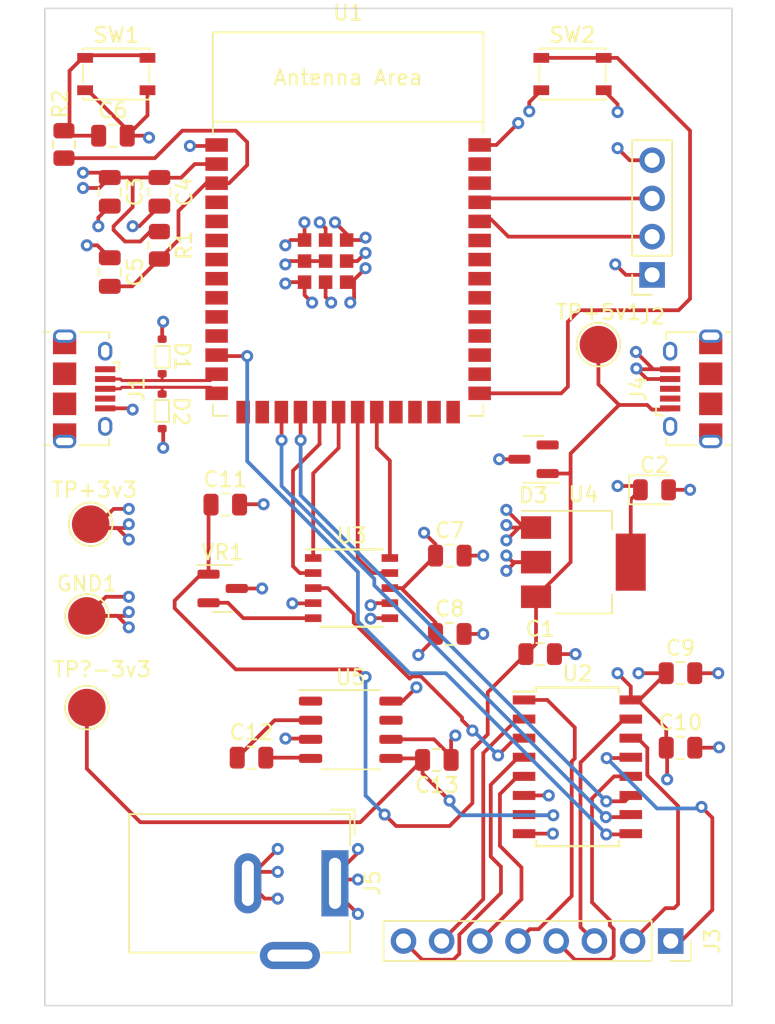
<source format=kicad_pcb>
(kicad_pcb (version 20211014) (generator pcbnew)
  (layers (0 "F.Cu" signal) (1 "In1.Cu" signal) (2 "In2.Cu" signal) (31 "B.Cu" signal) (34 "B.Paste" user) (35 "F.Paste" user) (36 "B.SilkS" user "B.Silkscreen") (37 "F.SilkS" user "F.Silkscreen") (38 "B.Mask" user) (39 "F.Mask" user) (44 "Edge.Cuts" user))
  (net 0 "")
  (net 1 "+5V")
  (net 2 "+3.3V")
  (net 3 "/EN")
  (net 12 "Net-(C12-Pad1)")
  (net 15 "Net-(C12-Pad2)")
  (net 16 "-3V3")
  (net 23 "Net-(C6-Pad1)")
  (net 36 "Net-(J3-Pad1)")
  (net 37 "/S2")
  (net 38 "/S1")
  (net 39 "/S0")
  (net 40 "/CS_ADC")
  (net 41 "/SPICLK")
  (net 42 "/MISO")
  (net 43 "/MOSI")
  (net 44 "Net-(J3-Pad2)")
  (net 45 "Net-(J3-Pad3)")
  (net 46 "Net-(U2-Pad3)")
  (net 47 "Net-(J3-Pad4)")
  (net 48 "Net-(J3-Pad5)")
  (net 49 "Net-(J3-Pad6)")
  (net 50 "Net-(J3-Pad7)")
  (net 51 "GNDREF")
  (net 52 "/D+")
  (net 53 "/D-")
  (net 54 "/BOOT")
  (net 55 "/TX0")
  (net 56 "/RX0")
  (net 57 "Net-(J3-Pad8)")
  (net 60 "/3v3REF+")
  (footprint "Capacitor_SMD:C_0805_2012Metric" (layer "F.Cu") (at 131.275 98.125)
    (fp_text reference "C6")
    (fp_text value "0.1uf")
  )
  (footprint "Capacitor_SMD:C_0805_2012Metric" (layer "F.Cu") (at 169.037 133.858)
    (fp_text reference "C9")
    (fp_text value "0.1uf")
  )
  (footprint "Package_TO_SOT_SMD:SOT-23" (layer "F.Cu") (at 138.575 128.225)
    (fp_text reference "VR1")
    (fp_text value "NCP51460")
  )
  (footprint "Capacitor_SMD:C_0805_2012Metric" (layer "F.Cu") (at 131.064 101.854 -90)
    (fp_text reference "C3")
    (fp_text value "22uf")
  )
  (footprint "Capacitor_SMD:C_0805_2012Metric" (layer "F.Cu") (at 159.7 132.588)
    (fp_text reference "C1")
    (fp_text value "10uf")
  )
  (footprint "TestPoint:TestPoint_Pad_D2.5mm" (layer "F.Cu") (at 129.54 136.144)
    (fp_text reference "TP?-3v3")
    (fp_text value "TestPoint")
  )
  (footprint "CAE:UDD32" (layer "F.Cu") (at 134.55 112.8 -90)
    (fp_text reference "D1")
    (fp_text value "UDD32")
  )
  (footprint "Capacitor_SMD:C_0805_2012Metric" (layer "F.Cu") (at 152.825 139.625 180)
    (fp_text reference "C13")
    (fp_text value "10uf")
  )
  (footprint "Resistor_SMD:R_0805_2012Metric" (layer "F.Cu") (at 128.016 98.7025 90)
    (fp_text reference "R2")
    (fp_text value "0")
  )
  (footprint "Connector_USB:USB_Micro-B_Amphenol_10118194_Horizontal" (layer "F.Cu") (at 169.749 114.95 90)
    (fp_text reference "J4")
    (fp_text value "USB_B_Micro")
  )
  (footprint "Capacitor_SMD:C_0805_2012Metric" (layer "F.Cu") (at 134.366 101.854 -90)
    (fp_text reference "C4")
    (fp_text value "0.1uf")
  )
  (footprint "Diode_SMD:D_0805_2012Metric" (layer "F.Cu") (at 167.3075 121.666)
    (fp_text reference "C2")
    (fp_text value "10uf")
  )
  (footprint "Package_SO:SOIC-16W_5.3x10.2mm_P1.27mm" (layer "F.Cu") (at 162.179 140.081)
    (fp_text reference "U2")
    (fp_text value "74HC4051")
  )
  (footprint "Capacitor_SMD:C_0805_2012Metric" (layer "F.Cu") (at 131.064 107.188 -90)
    (fp_text reference "C5")
    (fp_text value "1uf")
  )
  (footprint "Resistor_SMD:R_0805_2012Metric" (layer "F.Cu") (at 134.366 105.41 -90)
    (fp_text reference "R1")
    (fp_text value "10k")
  )
  (footprint "TestPoint:TestPoint_Pad_D2.5mm" (layer "F.Cu") (at 163.576 112.014)
    (fp_text reference "TP+5v1")
    (fp_text value "TestPoint")
  )
  (footprint "Capacitor_SMD:C_0805_2012Metric" (layer "F.Cu") (at 169.037 138.811)
    (fp_text reference "C10")
    (fp_text value "10uf")
  )
  (footprint "Connector_USB:USB_Micro-B_Amphenol_10118194_Horizontal" (layer "F.Cu") (at 129.36 114.95 -90)
    (fp_text reference "J1")
    (fp_text value "USB_B_Micro")
  )
  (footprint "Espressif:ESP32-S3-WROOM-1" (layer "F.Cu") (at 146.925 107)
    (fp_text reference "U1")
    (fp_text value "ESP32-S3-WROOM-1")
  )
  (footprint "Package_SO:SSOP-8_3.9x5.05mm_P1.27mm" (layer "F.Cu") (at 147.0998 137.6184)
    (fp_text reference "U5")
    (fp_text value "ME7660C")
  )
  (footprint "Capacitor_SMD:C_0805_2012Metric" (layer "F.Cu") (at 138.75 122.65)
    (fp_text reference "C11")
    (fp_text value "0.1uf")
  )
  (footprint "Capacitor_SMD:C_0805_2012Metric" (layer "F.Cu") (at 153.688 126.041)
    (fp_text reference "C7")
    (fp_text value "0.1uf")
  )
  (footprint "Package_TO_SOT_SMD:SOT-223-3_TabPin2" (layer "F.Cu") (at 162.575 126.475)
    (fp_text reference "U4")
    (fp_text value "SSP1117-3.3v")
  )
  (footprint "Capacitor_SMD:C_0805_2012Metric" (layer "F.Cu") (at 153.688 131.248)
    (fp_text reference "C8")
    (fp_text value "10uf")
  )
  (footprint "Connector_PinSocket_2.54mm:PinSocket_1x08_P2.54mm_Vertical" (layer "F.Cu") (at 168.387 151.663 -90)
    (fp_text reference "J3")
    (fp_text value "Conn_01x08")
  )
  (footprint "Connector_BarrelJack:BarrelJack_Wuerth_6941xx301002" (layer "F.Cu") (at 146.05 147.828 -90)
    (fp_text reference "J5")
    (fp_text value "Barrel_Jack_MountingPin")
  )
  (footprint "Package_SO:SSOP-10_3.9x4.9mm_P1.00mm" (layer "F.Cu") (at 147.15 128.2)
    (fp_text reference "U3")
    (fp_text value "AD7788BRM")
  )
  (footprint "CAE:UDD32" (layer "F.Cu") (at 134.55 116.45 90)
    (fp_text reference "D2")
    (fp_text value "UDD32")
  )
  (footprint "Button_Switch_SMD:SW_SPST_PTS810" (layer "F.Cu") (at 161.85 94.025)
    (fp_text reference "SW2")
    (fp_text value "BOOT")
  )
  (footprint "Package_TO_SOT_SMD:SOT-23" (layer "F.Cu") (at 159.258 119.634 180)
    (fp_text reference "D3")
    (fp_text value "RClamp0524PATCT")
  )
  (footprint "Connector_PinSocket_2.54mm:PinSocket_1x04_P2.54mm_Vertical" (layer "F.Cu") (at 167.15 107.375 180)
    (fp_text reference "J2")
    (fp_text value "P_UART")
  )
  (footprint "Capacitor_SMD:C_0805_2012Metric" (layer "F.Cu") (at 140.4958 139.4726)
    (fp_text reference "C12")
    (fp_text value "10uf")
  )
  (footprint "Button_Switch_SMD:SW_SPST_PTS810" (layer "F.Cu") (at 131.5 94.025)
    (fp_text reference "SW1")
    (fp_text value "RESET")
  )
  (footprint "TestPoint:TestPoint_Pad_D2.5mm" (layer "F.Cu") (at 129.54 130.048)
    (fp_text reference "GND1")
    (fp_text value "TestPoint")
  )
  (footprint "TestPoint:TestPoint_Pad_D2.5mm" (layer "F.Cu") (at 129.794 123.952)
    (fp_text reference "TP+3v3")
    (fp_text value "TestPoint")
  )
  (gr_rect (start 126.746 89.662) (end 172.466 155.956) (layer "Edge.Cuts") (width 0.1) (fill none))
  (segment (start 153.67 144.018) (end 150.114 144.018) (width 0.25) (layer "F.Cu") (net 1))
  (segment (start 161.725 126.475) (end 159.425 128.775) (width 0.25) (layer "F.Cu") (net 1))
  (segment (start 137.6375 122.8125) (end 137.8 122.65) (width 0.25) (layer "F.Cu") (net 1))
  (segment (start 156.21 137.922) (end 155.194 138.938) (width 0.25) (layer "F.Cu") (net 1))
  (segment (start 137.6375 127.275) (end 137.6375 122.8125) (width 0.25) (layer "F.Cu") (net 1))
  (segment (start 155.194 142.494) (end 153.67 144.018) (width 0.25) (layer "F.Cu") (net 1))
  (segment (start 167.132 116.332) (end 168.267 116.332) (width 0.25) (layer "F.Cu") (net 1))
  (segment (start 135.382 129.032) (end 135.382 129.54) (width 0.25) (layer "F.Cu") (net 1))
  (segment (start 164.95 116.025) (end 166.825 116.025) (width 0.25) (layer "F.Cu") (net 1))
  (segment (start 161.725 120.469) (end 161.725 119.25) (width 0.25) (layer "F.Cu") (net 1))
  (segment (start 163.576 112.522) (end 163.576 114.651) (width 0.25) (layer "F.Cu") (net 1))
  (segment (start 168.267 116.332) (end 168.349 116.25) (width 0.25) (layer "F.Cu") (net 1))
  (segment (start 160.1955 120.584) (end 161.61 120.584) (width 0.25) (layer "F.Cu") (net 1))
  (segment (start 166.825 116.025) (end 167.132 116.332) (width 0.25) (layer "F.Cu") (net 1))
  (segment (start 161.725 119.25) (end 164.95 116.025) (width 0.25) (layer "F.Cu") (net 1))
  (segment (start 135.382 129.54) (end 139.192 133.35) (width 0.25) (layer "F.Cu") (net 1))
  (segment (start 158.75 132.588) (end 159.425 131.913) (width 0.25) (layer "F.Cu") (net 1))
  (segment (start 139.192 133.35) (end 139.446 133.604) (width 0.25) (layer "F.Cu") (net 1))
  (segment (start 159.425 131.913) (end 159.425 128.775) (width 0.25) (layer "F.Cu") (net 1))
  (segment (start 139.446 133.604) (end 147.574 133.604) (width 0.25) (layer "F.Cu") (net 1))
  (segment (start 161.61 120.584) (end 161.725 120.469) (width 0.25) (layer "F.Cu") (net 1))
  (segment (start 155.194 138.938) (end 155.194 142.494) (width 0.25) (layer "F.Cu") (net 1))
  (segment (start 161.725 120.469) (end 161.725 126.475) (width 0.25) (layer "F.Cu") (net 1))
  (segment (start 158.75 132.588) (end 156.21 135.128) (width 0.25) (layer "F.Cu") (net 1))
  (segment (start 150.114 144.018) (end 149.352 143.256) (width 0.25) (layer "F.Cu") (net 1))
  (segment (start 137.6375 127.275) (end 137.139 127.275) (width 0.25) (layer "F.Cu") (net 1))
  (segment (start 137.139 127.275) (end 135.382 129.032) (width 0.25) (layer "F.Cu") (net 1))
  (segment (start 156.21 135.128) (end 156.21 137.922) (width 0.25) (layer "F.Cu") (net 1))
  (segment (start 163.576 114.651) (end 164.95 116.025) (width 0.25) (layer "F.Cu") (net 1))
  (segment (start 147.574 133.604) (end 148.082 134.112) (width 0.25) (layer "F.Cu") (net 1))
  (via (at 148.082 134.112) (size 0.8) (drill 0.4) (layers "F.Cu" "B.Cu") (net 1))
  (via (at 149.352 143.256) (size 0.8) (drill 0.4) (layers "F.Cu" "B.Cu") (net 1))
  (segment (start 148.082 141.986) (end 148.082 134.112) (width 0.25) (layer "B.Cu") (net 1))
  (segment (start 149.352 143.256) (end 148.082 141.986) (width 0.25) (layer "B.Cu") (net 1))
  (segment (start 152.738 125.279) (end 151.976 124.517) (width 0.25) (layer "F.Cu") (net 2))
  (segment (start 134.366 104.4975) (end 133.7545 104.4975) (width 0.25) (layer "F.Cu") (net 2))
  (segment (start 131.318 104.14) (end 132.588 102.87) (width 0.25) (layer "F.Cu") (net 2))
  (segment (start 159.425 126.475) (end 157.8875 126.475) (width 0.25) (layer "F.Cu") (net 2))
  (segment (start 158.629 141.986) (end 160.274 141.986) (width 0.25) (layer "F.Cu") (net 2))
  (segment (start 147.574 149.86) (end 147.568 149.86) (width 0.25) (layer "F.Cu") (net 2))
  (segment (start 147.574 145.79) (end 145.536 147.828) (width 0.25) (layer "F.Cu") (net 2))
  (segment (start 166.309 135.636) (end 168.087 133.858) (width 0.25) (layer "F.Cu") (net 2))
  (segment (start 130.048 124.206) (end 132.08 124.206) (width 0.25) (layer "F.Cu") (net 2))
  (segment (start 131.064 100.904) (end 132.268 100.904) (width 0.25) (layer "F.Cu") (net 2))
  (segment (start 129.286 100.584) (end 130.744 100.584) (width 0.25) (layer "F.Cu") (net 2))
  (segment (start 166.179 135.636) (end 165.729 135.636) (width 0.25) (layer "F.Cu") (net 2))
  (segment (start 133.096 105.156) (end 132.08 105.156) (width 0.25) (layer "F.Cu") (net 2))
  (segment (start 168.148 138.872) (end 168.087 138.811) (width 0.25) (layer "F.Cu") (net 2))
  (segment (start 168.087 137.544) (end 166.179 135.636) (width 0.25) (layer "F.Cu") (net 2))
  (segment (start 132.08 105.156) (end 131.318 104.394) (width 0.25) (layer "F.Cu") (net 2))
  (segment (start 130.744 100.584) (end 131.064 100.904) (width 0.25) (layer "F.Cu") (net 2))
  (segment (start 149.7748 135.7134) (end 150.5542 135.7134) (width 0.25) (layer "F.Cu") (net 2))
  (segment (start 168.087 133.858) (end 166.243 133.858) (width 0.25) (layer "F.Cu") (net 2))
  (segment (start 166.116 121.412) (end 166.37 121.666) (width 0.25) (layer "F.Cu") (net 2))
  (segment (start 168.148 140.9192) (end 168.148 138.872) (width 0.25) (layer "F.Cu") (net 2))
  (segment (start 136.718 100.01) (end 138.175 100.01) (width 0.25) (layer "F.Cu") (net 2))
  (segment (start 131.572 124.206) (end 132.334 124.968) (width 0.25) (layer "F.Cu") (net 2))
  (segment (start 150.452 128.2) (end 149.7 128.2) (width 0.25) (layer "F.Cu") (net 2))
  (segment (start 135.8115 100.9165) (end 136.718 100.01) (width 0.25) (layer "F.Cu") (net 2))
  (segment (start 158.025 126.475) (end 157.45 127.05) (width 0.25) (layer "F.Cu") (net 2))
  (segment (start 165.725 126.475) (end 165.725 122.311) (width 0.25) (layer "F.Cu") (net 2))
  (segment (start 165.725 122.311) (end 166.37 121.666) (width 0.25) (layer "F.Cu") (net 2))
  (segment (start 152.738 131.248) (end 152.738 130.486) (width 0.25) (layer "F.Cu") (net 2))
  (segment (start 129.286 101.6) (end 130.368 101.6) (width 0.25) (layer "F.Cu") (net 2))
  (segment (start 164.7 106.675) (end 165.4 107.375) (width 0.25) (layer "F.Cu") (net 2))
  (segment (start 132.588 102.87) (end 132.588 101.224) (width 0.25) (layer "F.Cu") (net 2))
  (segment (start 150.5542 135.7134) (end 151.4686 134.799) (width 0.25) (layer "F.Cu") (net 2))
  (segment (start 152.738 131.502) (end 151.595 132.645) (width 0.25) (layer "F.Cu") (net 2))
  (segment (start 132.588 101.224) (end 132.268 100.904) (width 0.25) (layer "F.Cu") (net 2))
  (segment (start 165.729 135.636) (end 165.729 134.741) (width 0.25) (layer "F.Cu") (net 2))
  (segment (start 147.568 149.86) (end 145.536 147.828) (width 0.25) (layer "F.Cu") (net 2))
  (segment (start 165.729 134.741) (end 164.846 133.858) (width 0.25) (layer "F.Cu") (net 2))
  (segment (start 133.7545 104.4975) (end 133.096 105.156) (width 0.25) (layer "F.Cu") (net 2))
  (segment (start 152.738 126.041) (end 150.579 128.2) (width 0.25) (layer "F.Cu") (net 2))
  (segment (start 132.268 100.904) (end 134.366 100.904) (width 0.25) (layer "F.Cu") (net 2))
  (segment (start 130.048 124.206) (end 131.572 124.206) (width 0.25) (layer "F.Cu") (net 2))
  (segment (start 165.725 126.475) (end 165.975 126.475) (width 0.25) (layer "F.Cu") (net 2))
  (segment (start 164.846 121.412) (end 166.116 121.412) (width 0.25) (layer "F.Cu") (net 2))
  (segment (start 152.738 130.486) (end 150.452 128.2) (width 0.25) (layer "F.Cu") (net 2))
  (segment (start 147.574 147.574) (end 145.79 147.574) (width 0.25) (layer "F.Cu") (net 2))
  (segment (start 133.858 100.9165) (end 135.8115 100.9165) (width 0.25) (layer "F.Cu") (net 2))
  (segment (start 131.318 104.394) (end 131.318 104.14) (width 0.25) (layer "F.Cu") (net 2))
  (segment (start 150.579 128.2) (end 149.7 128.2) (width 0.25) (layer "F.Cu") (net 2))
  (segment (start 152.738 131.248) (end 152.738 131.502) (width 0.25) (layer "F.Cu") (net 2))
  (segment (start 152.738 126.041) (end 152.738 125.279) (width 0.25) (layer "F.Cu") (net 2))
  (segment (start 130.048 124.206) (end 131.318 122.936) (width 0.25) (layer "F.Cu") (net 2))
  (segment (start 165.725 126.475) (end 166.025 126.475) (width 0.25) (layer "F.Cu") (net 2))
  (segment (start 168.087 138.811) (end 168.087 137.544) (width 0.25) (layer "F.Cu") (net 2))
  (segment (start 165.4 107.375) (end 167.15 107.375) (width 0.25) (layer "F.Cu") (net 2))
  (segment (start 145.79 147.574) (end 145.536 147.828) (width 0.25) (layer "F.Cu") (net 2))
  (segment (start 157.8875 126.475) (end 157.45 126.0375) (width 0.25) (layer "F.Cu") (net 2))
  (segment (start 147.574 145.542) (end 147.574 145.79) (width 0.25) (layer "F.Cu") (net 2))
  (segment (start 159.425 126.475) (end 158.025 126.475) (width 0.25) (layer "F.Cu") (net 2))
  (segment (start 165.729 135.636) (end 166.309 135.636) (width 0.25) (layer "F.Cu") (net 2))
  (segment (start 131.318 122.936) (end 132.334 122.936) (width 0.25) (layer "F.Cu") (net 2))
  (segment (start 132.08 124.206) (end 132.334 123.952) (width 0.25) (layer "F.Cu") (net 2))
  (segment (start 130.368 101.6) (end 131.064 100.904) (width 0.25) (layer "F.Cu") (net 2))
  (via (at 168.148 140.9192) (size 0.8) (drill 0.4) (layers "F.Cu" "B.Cu") (net 2))
  (via (at 151.4686 134.799) (size 0.8) (drill 0.4) (layers "F.Cu" "B.Cu") (net 2))
  (via (at 132.334 122.936) (size 0.8) (drill 0.4) (layers "F.Cu" "B.Cu") (net 2))
  (via (at 164.846 121.412) (size 0.8) (drill 0.4) (layers "F.Cu" "B.Cu") (net 2))
  (via (at 164.7 106.675) (size 0.8) (drill 0.4) (layers "F.Cu" "B.Cu") (net 2))
  (via (at 132.334 124.968) (size 0.8) (drill 0.4) (layers "F.Cu" "B.Cu") (net 2))
  (via (at 147.574 149.86) (size 0.8) (drill 0.4) (layers "F.Cu" "B.Cu") (net 2))
  (via (at 151.976 124.517) (size 0.8) (drill 0.4) (layers "F.Cu" "B.Cu") (net 2))
  (via (at 164.846 133.858) (size 0.8) (drill 0.4) (layers "F.Cu" "B.Cu") (net 2))
  (via (at 147.574 145.542) (size 0.8) (drill 0.4) (layers "F.Cu" "B.Cu") (net 2))
  (via (at 132.334 123.952) (size 0.8) (drill 0.4) (layers "F.Cu" "B.Cu") (net 2))
  (via (at 151.595 132.645) (size 0.8) (drill 0.4) (layers "F.Cu" "B.Cu") (net 2))
  (via (at 157.45 127.05) (size 0.8) (drill 0.4) (layers "F.Cu" "B.Cu") (net 2))
  (via (at 166.243 133.858) (size 0.8) (drill 0.4) (layers "F.Cu" "B.Cu") (net 2))
  (via (at 129.286 101.6) (size 0.8) (drill 0.4) (layers "F.Cu" "B.Cu") (net 2))
  (via (at 129.286 100.584) (size 0.8) (drill 0.4) (layers "F.Cu" "B.Cu") (net 2))
  (via (at 157.45 126.0375) (size 0.8) (drill 0.4) (layers "F.Cu" "B.Cu") (net 2))
  (via (at 160.274 141.986) (size 0.8) (drill 0.4) (layers "F.Cu" "B.Cu") (net 2))
  (via (at 147.574 147.574) (size 0.8) (drill 0.4) (layers "F.Cu" "B.Cu") (net 2))
  (segment (start 139.446 97.79) (end 140.208 98.552) (width 0.25) (layer "F.Cu") (net 3))
  (segment (start 140.208 98.552) (end 140.208 100.076) (width 0.25) (layer "F.Cu") (net 3))
  (segment (start 135.89 97.79) (end 139.446 97.79) (width 0.25) (layer "F.Cu") (net 3))
  (segment (start 140.208 100.076) (end 139.004 101.28) (width 0.25) (layer "F.Cu") (net 3))
  (segment (start 137.48 101.28) (end 138.175 101.28) (width 0.25) (layer "F.Cu") (net 3))
  (segment (start 132.5505 108.138) (end 134.366 106.3225) (width 0.25) (layer "F.Cu") (net 3))
  (segment (start 135.636 105.0525) (end 135.636 103.124) (width 0.25) (layer "F.Cu") (net 3))
  (segment (start 139.004 101.28) (end 138.175 101.28) (width 0.25) (layer "F.Cu") (net 3))
  (segment (start 134.366 106.3225) (end 135.636 105.0525) (width 0.25) (layer "F.Cu") (net 3))
  (segment (start 131.064 108.138) (end 132.5505 108.138) (width 0.25) (layer "F.Cu") (net 3))
  (segment (start 128.016 99.615) (end 134.065 99.615) (width 0.25) (layer "F.Cu") (net 3))
  (segment (start 134.065 99.615) (end 135.89 97.79) (width 0.25) (layer "F.Cu") (net 3))
  (segment (start 135.636 103.124) (end 137.48 101.28) (width 0.25) (layer "F.Cu") (net 3))
  (segment (start 139.5458 139.4726) (end 142.035 136.9834) (width 0.25) (layer "F.Cu") (net 12))
  (segment (start 142.035 136.9834) (end 144.4248 136.9834) (width 0.25) (layer "F.Cu") (net 12))
  (segment (start 144.374 139.4726) (end 144.4248 139.5234) (width 0.25) (layer "F.Cu") (net 15))
  (segment (start 141.4458 139.4726) (end 144.374 139.4726) (width 0.25) (layer "F.Cu") (net 15))
  (segment (start 133.096 143.764) (end 147.736 143.764) (width 0.25) (layer "F.Cu") (net 16))
  (segment (start 151.7734 139.5234) (end 151.875 139.625) (width 0.25) (layer "F.Cu") (net 16))
  (segment (start 133.096 143.764) (end 129.54 140.208) (width 0.25) (layer "F.Cu") (net 16))
  (segment (start 160.575 143.3) (end 158.673 143.3) (width 0.25) (layer "F.Cu") (net 16))
  (segment (start 158.673 143.3) (end 158.629 143.256) (width 0.25) (layer "F.Cu") (net 16))
  (segment (start 151.875 139.625) (end 151.875 140.53) (width 0.25) (layer "F.Cu") (net 16))
  (segment (start 147.736 143.764) (end 151.875 139.625) (width 0.25) (layer "F.Cu") (net 16))
  (segment (start 151.875 140.53) (end 153.67 142.325) (width 0.25) (layer "F.Cu") (net 16))
  (segment (start 151.875 139.625) (end 152.1 139.625) (width 0.25) (layer "F.Cu") (net 16))
  (segment (start 129.54 140.208) (end 129.54 136.144) (width 0.25) (layer "F.Cu") (net 16))
  (segment (start 149.7748 139.5234) (end 151.7734 139.5234) (width 0.25) (layer "F.Cu") (net 16))
  (via (at 160.575 143.3) (size 0.8) (drill 0.4) (layers "F.Cu" "B.Cu") (net 16))
  (via (at 153.67 142.325) (size 0.8) (drill 0.4) (layers "F.Cu" "B.Cu") (net 16))
  (segment (start 153.67 142.494) (end 154.476 143.3) (width 0.25) (layer "B.Cu") (net 16))
  (segment (start 153.67 142.325) (end 153.67 142.494) (width 0.25) (layer "B.Cu") (net 16))
  (segment (start 154.476 143.3) (end 160.575 143.3) (width 0.25) (layer "B.Cu") (net 16))
  (segment (start 128.3875 98.125) (end 130.325 98.125) (width 0.25) (layer "F.Cu") (net 23))
  (segment (start 128.3875 93.8125) (end 129.425 92.775) (width 0.25) (layer "F.Cu") (net 23))
  (segment (start 128.3875 98.125) (end 128.3875 93.8125) (width 0.25) (layer "F.Cu") (net 23))
  (segment (start 129.425 92.775) (end 133.575 92.775) (width 0.25) (layer "F.Cu") (net 23))
  (segment (start 165.675 139.5) (end 165.729 139.446) (width 0.25) (layer "F.Cu") (net 36))
  (segment (start 171.1556 143.4696) (end 170.434 142.748) (width 0.25) (layer "F.Cu") (net 36))
  (segment (start 168.387 151.663) (end 169.087 151.663) (width 0.25) (layer "F.Cu") (net 36))
  (segment (start 171.1556 149.5944) (end 171.1556 143.4696) (width 0.25) (layer "F.Cu") (net 36))
  (segment (start 164.125 139.5) (end 165.675 139.5) (width 0.25) (layer "F.Cu") (net 36))
  (segment (start 169.087 151.663) (end 171.1556 149.5944) (width 0.25) (layer "F.Cu") (net 36))
  (via (at 170.434 142.748) (size 0.8) (drill 0.4) (layers "F.Cu" "B.Cu") (net 36))
  (via (at 164.125 139.5) (size 0.8) (drill 0.4) (layers "F.Cu" "B.Cu") (net 36))
  (segment (start 170.35 142.85) (end 167.475 142.85) (width 0.25) (layer "B.Cu") (net 36))
  (segment (start 167.475 142.85) (end 164.125 139.5) (width 0.25) (layer "B.Cu") (net 36))
  (segment (start 138.241 112.776) (end 138.175 112.71) (width 0.25) (layer "F.Cu") (net 37))
  (segment (start 164.1 144.575) (end 165.68 144.575) (width 0.25) (layer "F.Cu") (net 37))
  (segment (start 140.208 112.776) (end 138.241 112.776) (width 0.25) (layer "F.Cu") (net 37))
  (segment (start 165.68 144.575) (end 165.729 144.526) (width 0.25) (layer "F.Cu") (net 37))
  (via (at 164.1 144.575) (size 0.8) (drill 0.4) (layers "F.Cu" "B.Cu") (net 37))
  (via (at 140.208 112.776) (size 0.8) (drill 0.4) (layers "F.Cu" "B.Cu") (net 37))
  (segment (start 140.208 119.762396) (end 147.574 127.128396) (width 0.25) (layer "B.Cu") (net 37))
  (segment (start 147.574 127.128396) (end 147.574 130.411305) (width 0.25) (layer "B.Cu") (net 37))
  (segment (start 153.416 133.858) (end 164.1 144.542) (width 0.25) (layer "B.Cu") (net 37))
  (segment (start 164.1 144.542) (end 164.1 144.575) (width 0.25) (layer "B.Cu") (net 37))
  (segment (start 147.574 130.411305) (end 151.020695 133.858) (width 0.25) (layer "B.Cu") (net 37))
  (segment (start 151.020695 133.858) (end 153.416 133.858) (width 0.25) (layer "B.Cu") (net 37))
  (segment (start 140.208 112.776) (end 140.208 119.762396) (width 0.25) (layer "B.Cu") (net 37))
  (segment (start 165.56 143.425) (end 165.729 143.256) (width 0.25) (layer "F.Cu") (net 38))
  (segment (start 142.494 116.514) (end 142.48 116.5) (width 0.25) (layer "F.Cu") (net 38))
  (segment (start 164.075 143.425) (end 165.56 143.425) (width 0.25) (layer "F.Cu") (net 38))
  (segment (start 142.494 118.364) (end 142.494 116.514) (width 0.25) (layer "F.Cu") (net 38))
  (via (at 142.494 118.364) (size 0.8) (drill 0.4) (layers "F.Cu" "B.Cu") (net 38))
  (via (at 164.075 143.425) (size 0.8) (drill 0.4) (layers "F.Cu" "B.Cu") (net 38))
  (segment (start 164.075 143.425) (end 148.666 128.016) (width 0.25) (layer "B.Cu") (net 38))
  (segment (start 142.494 121.412) (end 142.494 118.364) (width 0.25) (layer "B.Cu") (net 38))
  (segment (start 148.666 128.016) (end 148.666 127.584) (width 0.25) (layer "B.Cu") (net 38))
  (segment (start 148.666 127.584) (end 142.494 121.412) (width 0.25) (layer "B.Cu") (net 38))
  (segment (start 164.1 142.375) (end 165.34 142.375) (width 0.25) (layer "F.Cu") (net 39))
  (segment (start 165.34 142.375) (end 165.729 141.986) (width 0.25) (layer "F.Cu") (net 39))
  (segment (start 143.764 116.514) (end 143.75 116.5) (width 0.25) (layer "F.Cu") (net 39))
  (segment (start 143.764 118.364) (end 143.764 116.514) (width 0.25) (layer "F.Cu") (net 39))
  (via (at 143.764 118.364) (size 0.8) (drill 0.4) (layers "F.Cu" "B.Cu") (net 39))
  (via (at 164.1 142.375) (size 0.8) (drill 0.4) (layers "F.Cu" "B.Cu") (net 39))
  (segment (start 164.1 142.375) (end 143.764 122.039) (width 0.25) (layer "B.Cu") (net 39))
  (segment (start 143.764 122.039) (end 143.764 118.364) (width 0.25) (layer "B.Cu") (net 39))
  (segment (start 143.256 126.746) (end 143.256 120.396) (width 0.25) (layer "F.Cu") (net 40))
  (segment (start 144.6 127.2) (end 143.71 127.2) (width 0.25) (layer "F.Cu") (net 40))
  (segment (start 145.02 118.604) (end 145.02 116.5) (width 0.25) (layer "F.Cu") (net 40))
  (segment (start 145.034 118.618) (end 145.02 118.604) (width 0.25) (layer "F.Cu") (net 40))
  (segment (start 143.71 127.2) (end 143.256 126.746) (width 0.25) (layer "F.Cu") (net 40))
  (segment (start 143.256 120.396) (end 145.034 118.618) (width 0.25) (layer "F.Cu") (net 40))
  (segment (start 144.6 120.576) (end 146.29 118.886) (width 0.25) (layer "F.Cu") (net 41))
  (segment (start 146.29 118.886) (end 146.29 116.5) (width 0.25) (layer "F.Cu") (net 41))
  (segment (start 144.6 126.2) (end 144.6 120.576) (width 0.25) (layer "F.Cu") (net 41))
  (segment (start 149.7 127.2) (end 148.536 127.2) (width 0.25) (layer "F.Cu") (net 42))
  (segment (start 147.56 126.224) (end 147.56 116.5) (width 0.25) (layer "F.Cu") (net 42))
  (segment (start 148.536 127.2) (end 147.56 126.224) (width 0.25) (layer "F.Cu") (net 42))
  (segment (start 149.7 119.728) (end 148.83 118.858) (width 0.25) (layer "F.Cu") (net 43))
  (segment (start 149.7 126.2) (end 149.7 119.728) (width 0.25) (layer "F.Cu") (net 43))
  (segment (start 148.83 118.858) (end 148.83 116.5) (width 0.25) (layer "F.Cu") (net 43))
  (segment (start 168.6156 149.4786) (end 168.873 149.2212) (width 0.25) (layer "F.Cu") (net 44))
  (segment (start 168.873 142.6856) (end 166.8272 140.6398) (width 0.25) (layer "F.Cu") (net 44))
  (segment (start 165.847 151.663) (end 168.0314 149.4786) (width 0.25) (layer "F.Cu") (net 44))
  (segment (start 166.8272 138.8242) (end 166.179 138.176) (width 0.25) (layer "F.Cu") (net 44))
  (segment (start 168.873 149.2212) (end 168.873 142.6856) (width 0.25) (layer "F.Cu") (net 44))
  (segment (start 166.8272 140.6398) (end 166.8272 138.8242) (width 0.25) (layer "F.Cu") (net 44))
  (segment (start 166.179 138.176) (end 165.729 138.176) (width 0.25) (layer "F.Cu") (net 44))
  (segment (start 168.0314 149.4786) (end 168.6156 149.4786) (width 0.25) (layer "F.Cu") (net 44))
  (segment (start 165.279 136.906) (end 162.4512 139.7338) (width 0.25) (layer "F.Cu") (net 45))
  (segment (start 162.3822 150.7382) (end 163.307 151.663) (width 0.25) (layer "F.Cu") (net 45))
  (segment (start 162.3822 139.7762) (end 162.3822 150.7382) (width 0.25) (layer "F.Cu") (net 45))
  (segment (start 165.729 136.906) (end 165.279 136.906) (width 0.25) (layer "F.Cu") (net 45))
  (segment (start 145.575 128.2) (end 147.3 129.925) (width 0.25) (layer "F.Cu") (net 46))
  (segment (start 156.9 139.325) (end 158.049 138.176) (width 0.25) (layer "F.Cu") (net 46))
  (segment (start 154.499305 136.8044) (end 154.499305 136.973305) (width 0.25) (layer "F.Cu") (net 46))
  (segment (start 151.168295 134.074) (end 151.768905 134.074) (width 0.25) (layer "F.Cu") (net 46))
  (segment (start 147.3 129.925) (end 147.3 130.5) (width 0.25) (layer "F.Cu") (net 46))
  (segment (start 147.3 130.5) (end 151.021148 134.221148) (width 0.25) (layer "F.Cu") (net 46))
  (segment (start 151.021148 134.221148) (end 151.168295 134.074) (width 0.25) (layer "F.Cu") (net 46))
  (segment (start 154.499305 136.973305) (end 155.194 137.668) (width 0.25) (layer "F.Cu") (net 46))
  (segment (start 158.049 138.176) (end 158.629 138.176) (width 0.25) (layer "F.Cu") (net 46))
  (segment (start 151.768905 134.074) (end 154.499305 136.8044) (width 0.25) (layer "F.Cu") (net 46))
  (segment (start 144.6 128.2) (end 145.575 128.2) (width 0.25) (layer "F.Cu") (net 46))
  (via (at 155.194 137.668) (size 0.8) (drill 0.4) (layers "F.Cu" "B.Cu") (net 46))
  (via (at 156.9 139.325) (size 0.8) (drill 0.4) (layers "F.Cu" "B.Cu") (net 46))
  (segment (start 155.3 137.725) (end 156.9 139.325) (width 0.25) (layer "B.Cu") (net 46))
  (segment (start 162.012 152.908) (end 160.767 151.663) (width 0.25) (layer "F.Cu") (net 47))
  (segment (start 164.592 150.876) (end 164.592 152.654) (width 0.25) (layer "F.Cu") (net 47))
  (segment (start 164.338 152.908) (end 162.012 152.908) (width 0.25) (layer "F.Cu") (net 47))
  (segment (start 163.15 142.1834) (end 164.6174 140.716) (width 0.25) (layer "F.Cu") (net 47))
  (segment (start 164.592 152.654) (end 164.338 152.908) (width 0.25) (layer "F.Cu") (net 47))
  (segment (start 164.6174 140.716) (end 165.729 140.716) (width 0.25) (layer "F.Cu") (net 47))
  (segment (start 163.15 149.093) (end 163.15 142.1834) (width 0.25) (layer "F.Cu") (net 47))
  (segment (start 163.15 149.093) (end 164.338 150.281) (width 0.25) (layer "F.Cu") (net 47))
  (segment (start 164.338 150.281) (end 164.338 150.622) (width 0.25) (layer "F.Cu") (net 47))
  (segment (start 164.338 150.622) (end 164.592 150.876) (width 0.25) (layer "F.Cu") (net 47))
  (segment (start 162.0012 137.4648) (end 162.0012 139.520804) (width 0.25) (layer "F.Cu") (net 48))
  (segment (start 160.1724 135.636) (end 162.0012 137.4648) (width 0.25) (layer "F.Cu") (net 48))
  (segment (start 158.629 135.636) (end 160.1724 135.636) (width 0.25) (layer "F.Cu") (net 48))
  (segment (start 162.0012 139.520804) (end 161.798 139.724004) (width 0.25) (layer "F.Cu") (net 48))
  (segment (start 159.004 150.876) (end 158.227 151.653) (width 0.25) (layer "F.Cu") (net 48))
  (segment (start 159.5982 150.876) (end 159.004 150.876) (width 0.25) (layer "F.Cu") (net 48))
  (segment (start 161.798 148.6762) (end 159.5982 150.876) (width 0.25) (layer "F.Cu") (net 48))
  (segment (start 158.227 151.653) (end 158.227 151.663) (width 0.25) (layer "F.Cu") (net 48))
  (segment (start 161.798 139.724004) (end 161.798 148.6762) (width 0.25) (layer "F.Cu") (net 48))
  (segment (start 157.0228 141.8922) (end 158.199 140.716) (width 0.25) (layer "F.Cu") (net 49))
  (segment (start 155.687 151.663) (end 158.4556 148.8944) (width 0.25) (layer "F.Cu") (net 49))
  (segment (start 158.4556 148.844) (end 158.4556 147.8684) (width 0.25) (layer "F.Cu") (net 49))
  (segment (start 158.4556 146.7716) (end 157.0228 145.3388) (width 0.25) (layer "F.Cu") (net 49))
  (segment (start 158.199 140.716) (end 158.629 140.716) (width 0.25) (layer "F.Cu") (net 49))
  (segment (start 158.4556 148.8944) (end 158.4556 147.8684) (width 0.25) (layer "F.Cu") (net 49))
  (segment (start 158.4556 147.8684) (end 158.4556 146.7716) (width 0.25) (layer "F.Cu") (net 49))
  (segment (start 157.0228 145.3388) (end 157.0228 141.8922) (width 0.25) (layer "F.Cu") (net 49))
  (segment (start 155.9156 139.1694) (end 155.9156 148.8844) (width 0.25) (layer "F.Cu") (net 50))
  (segment (start 158.629 136.906) (end 158.179 136.906) (width 0.25) (layer "F.Cu") (net 50))
  (segment (start 155.4984 149.3116) (end 155.4984 149.3016) (width 0.25) (layer "F.Cu") (net 50))
  (segment (start 158.179 136.906) (end 155.9156 139.1694) (width 0.25) (layer "F.Cu") (net 50))
  (segment (start 155.4984 149.3116) (end 153.147 151.663) (width 0.25) (layer "F.Cu") (net 50))
  (segment (start 155.4984 149.3016) (end 155.9156 148.8844) (width 0.25) (layer "F.Cu") (net 50))
  (segment (start 156.784 98.74) (end 158.242 97.282) (width 0.25) (layer "F.Cu") (net 51))
  (segment (start 138.109 98.806) (end 138.175 98.74) (width 0.25) (layer "F.Cu") (net 51))
  (segment (start 147.156 107.86) (end 147.32 107.696) (width 0.25) (layer "F.Cu") (net 51))
  (segment (start 159.425 124.175) (end 158.3 124.175) (width 0.25) (layer "F.Cu") (net 51))
  (segment (start 158.625 124.175) (end 157.45 123) (width 0.25) (layer "F.Cu") (net 51))
  (segment (start 141.118 147.066) (end 140.356 147.828) (width 0.25) (layer "F.Cu") (net 51))
  (segment (start 167.9735 113.65) (end 167.2485 113.65) (width 0.25) (layer "F.Cu") (net 51))
  (segment (start 144.4248 138.2534) (end 144.509 138.2534) (width 0.25) (layer "F.Cu") (net 51))
  (segment (start 149.7 130.2) (end 148.452 130.2) (width 0.25) (layer "F.Cu") (net 51))
  (segment (start 130.302 103.566) (end 131.064 102.804) (width 0.25) (layer "F.Cu") (net 51))
  (segment (start 134.55 110.56) (end 134.62 110.49) (width 0.25) (layer "F.Cu") (net 51))
  (segment (start 154.638 126.041) (end 155.913 126.041) (width 0.25) (layer "F.Cu") (net 51))
  (segment (start 147.924 105.06) (end 148.082 104.902) (width 0.25) (layer "F.Cu") (net 51))
  (segment (start 133.55 98.125) (end 133.675 98.25) (width 0.25) (layer "F.Cu") (net 51))
  (segment (start 129.54 105.41) (end 130.236 105.41) (width 0.25) (layer "F.Cu") (net 51))
  (segment (start 143.098 105.06) (end 142.748 105.41) (width 0.25) (layer "F.Cu") (net 51))
  (segment (start 144.584 129.216) (end 144.6 129.2) (width 0.25) (layer "F.Cu") (net 51))
  (segment (start 148.452 130.2) (end 148.42 130.232) (width 0.25) (layer "F.Cu") (net 51))
  (segment (start 158.975 96.5) (end 158.975 95.9) (width 0.25) (layer "F.Cu") (net 51))
  (segment (start 132.506 116.25) (end 132.588 116.332) (width 0.25) (layer "F.Cu") (net 51))
  (segment (start 152.637 138.2534) (end 149.7748 138.2534) (width 0.25) (layer "F.Cu") (net 51))
  (segment (start 139.5125 128.225) (end 141.2 128.225) (width 0.25) (layer "F.Cu") (net 51))
  (segment (start 142.24 147.066) (end 141.118 147.066) (width 0.25) (layer "F.Cu") (net 51))
  (segment (start 142.24 148.844) (end 141.372 148.844) (width 0.25) (layer "F.Cu") (net 51))
  (segment (start 145.425 107.86) (end 145.425 108.849) (width 0.25) (layer "F.Cu") (net 51))
  (segment (start 133.03 104.14) (end 134.366 102.804) (width 0.25) (layer "F.Cu") (net 51))
  (segment (start 167.2485 113.65) (end 167.2235 113.65) (width 0.25) (layer "F.Cu") (net 51))
  (segment (start 142.968 106.46) (end 142.748 106.68) (width 0.25) (layer "F.Cu") (net 51))
  (segment (start 134.62 117.67) (end 134.55 117.6) (width 0.25) (layer "F.Cu") (net 51))
  (segment (start 144.025 105.06) (end 143.098 105.06) (width 0.25) (layer "F.Cu") (net 51))
  (segment (start 146.825 105.06) (end 146.825 104.661) (width 0.25) (layer "F.Cu") (net 51))
  (segment (start 129.54 130.048) (end 130.81 128.778) (width 0.25) (layer "F.Cu") (net 51))
  (segment (start 153.775 139.625) (end 153.775 139.3914) (width 0.25) (layer "F.Cu") (net 51))
  (segment (start 145.425 106.46) (end 144.025 106.46) (width 0.25) (layer "F.Cu") (net 51))
  (segment (start 168.245 121.666) (end 169.672 121.666) (width 0.25) (layer "F.Cu") (net 51))
  (segment (start 147.54 106.46) (end 148.082 105.918) (width 0.25) (layer "F.Cu") (net 51))
  (segment (start 147.32 107.696) (end 148.082 106.934) (width 0.25) (layer "F.Cu") (net 51))
  (segment (start 169.987 133.858) (end 171.5516 133.858) (width 0.25) (layer "F.Cu") (net 51))
  (segment (start 134.62 118.872) (end 134.62 117.67) (width 0.25) (layer "F.Cu") (net 51))
  (segment (start 130.236 105.41) (end 131.064 106.238) (width 0.25) (layer "F.Cu") (net 51))
  (segment (start 133.575 96.775) (end 133.575 94.925) (width 0.25) (layer "F.Cu") (net 51))
  (segment (start 149.7 129.2) (end 148.563 129.2) (width 0.25) (layer "F.Cu") (net 51))
  (segment (start 144.025 103.893) (end 144.018 103.886) (width 0.25) (layer "F.Cu") (net 51))
  (segment (start 166.7985 114.3) (end 166.0985 113.6) (width 0.25) (layer "F.Cu") (net 51))
  (segment (start 145.425 104.277) (end 145.034 103.886) (width 0.25) (layer "F.Cu") (net 51))
  (segment (start 145.425 105.06) (end 145.425 104.277) (width 0.25) (layer "F.Cu") (net 51))
  (segment (start 144.025 107.86) (end 142.838 107.86) (width 0.25) (layer "F.Cu") (net 51))
  (segment (start 144.025 106.46) (end 142.968 106.46) (width 0.25) (layer "F.Cu") (net 51))
  (segment (start 167.9735 114.3) (end 166.7985 114.3) (width 0.25) (layer "F.Cu") (net 51))
  (segment (start 167.2485 113.65) (end 166.1485 113.65) (width 0.25) (layer "F.Cu") (net 51))
  (segment (start 145.425 108.849) (end 145.796 109.22) (width 0.25) (layer "F.Cu") (net 51))
  (segment (start 157.6125 124.175) (end 157.45 124.0125) (width 0.25) (layer "F.Cu") (net 51))
  (segment (start 130.81 128.778) (end 132.334 128.778) (width 0.25) (layer "F.Cu") (net 51))
  (segment (start 144.509 138.2026) (end 142.7564 138.2026) (width 0.25) (layer "F.Cu") (net 51))
  (segment (start 147.32 108.966) (end 147.066 109.22) (width 0.25) (layer "F.Cu") (net 51))
  (segment (start 153.775 139.625) (end 153.775 138.2838) (width 0.25) (layer "F.Cu") (net 51))
  (segment (start 129.54 130.048) (end 132.08 130.048) (width 0.25) (layer "F.Cu") (net 51))
  (segment (start 132.225 98.125) (end 133.55 98.125) (width 0.25) (layer "F.Cu") (net 51))
  (segment (start 146.825 104.661) (end 146.05 103.886) (width 0.25) (layer "F.Cu") (net 51))
  (segment (start 132.225 97.725) (end 129.425 94.925) (width 0.25) (layer "F.Cu") (net 51))
  (segment (start 130.302 104.14) (end 130.302 103.566) (width 0.25) (layer "F.Cu") (net 51))
  (segment (start 132.08 130.048) (end 132.334 129.794) (width 0.25) (layer "F.Cu") (net 51))
  (segment (start 141.3 122.625) (end 139.725 122.625) (width 0.25) (layer "F.Cu") (net 51))
  (segment (start 159.425 124.175) (end 157.6125 124.175) (width 0.25) (layer "F.Cu") (net 51))
  (segment (start 153.775 138.2838) (end 154.0594 137.9994) (width 0.25) (layer "F.Cu") (net 51))
  (segment (start 144.025 107.86) (end 144.025 108.719) (width 0.25) (layer "F.Cu") (net 51))
  (segment (start 132.588 104.14) (end 133.03 104.14) (width 0.25) (layer "F.Cu") (net 51))
  (segment (start 142.24 145.542) (end 140.356 147.426) (width 0.25) (layer "F.Cu") (net 51))
  (segment (start 169.987 138.811) (end 171.577 138.811) (width 0.25) (layer "F.Cu") (net 51))
  (segment (start 166.1485 113.65) (end 166.0985 113.6) (width 0.25) (layer "F.Cu") (net 51))
  (segment (start 131.572 130.048) (end 132.334 130.81) (width 0.25) (layer "F.Cu") (net 51))
  (segment (start 134.55 111.65) (end 134.55 110.56) (width 0.25) (layer "F.Cu") (net 51))
  (segment (start 139.725 122.625) (end 139.7 122.65) (width 0.25) (layer "F.Cu") (net 51))
  (segment (start 164.85 98.95) (end 165.655 99.755) (width 0.25) (layer "F.Cu") (net 51))
  (segment (start 142.838 107.86) (end 142.748 107.95) (width 0.25) (layer "F.Cu") (net 51))
  (segment (start 158.975 95.9) (end 159.775 95.1) (width 0.25) (layer "F.Cu") (net 51))
  (segment (start 130.76 116.25) (end 132.506 116.25) (width 0.25) (layer "F.Cu") (net 51))
  (segment (start 160.55 144.525) (end 158.63 144.525) (width 0.25) (layer "F.Cu") (net 51))
  (segment (start 136.398 98.806) (end 138.109 98.806) (width 0.25) (layer "F.Cu") (net 51))
  (segment (start 141.372 148.844) (end 140.356 147.828) (width 0.25) (layer "F.Cu") (net 51))
  (segment (start 158.3205 119.634) (end 156.972 119.634) (width 0.25) (layer "F.Cu") (net 51))
  (segment (start 143.213 129.216) (end 144.584 129.216) (width 0.25) (layer "F.Cu") (net 51))
  (segment (start 165.655 99.755) (end 167.15 99.755) (width 0.25) (layer "F.Cu") (net 51))
  (segment (start 164.85 96.55) (end 164.85 96.025) (width 0.25) (layer "F.Cu") (net 51))
  (segment (start 171.577 138.811) (end 171.6024 138.7856) (width 0.25) (layer "F.Cu") (net 51))
  (segment (start 159.425 124.175) (end 158.625 124.175) (width 0.25) (layer "F.Cu") (net 51))
  (segment (start 144.025 108.719) (end 144.526 109.22) (width 0.25) (layer "F.Cu") (net 51))
  (segment (start 154.638 131.248) (end 155.913 131.248) (width 0.25) (layer "F.Cu") (net 51))
  (segment (start 155.675 98.74) (end 156.784 98.74) (width 0.25) (layer "F.Cu") (net 51))
  (segment (start 148.563 129.2) (end 148.42 129.343) (width 0.25) (layer "F.Cu") (net 51))
  (segment (start 144.5344 138.228) (end 144.509 138.2026) (width 0.25) (layer "F.Cu") (net 51))
  (segment (start 167.2235 113.65) (end 166.0735 112.5) (width 0.25) (layer "F.Cu") (net 51))
  (segment (start 144.025 105.06) (end 144.025 103.893) (width 0.25) (layer "F.Cu") (net 51))
  (segment (start 140.356 147.426) (end 140.356 147.828) (width 0.25) (layer "F.Cu") (net 51))
  (segment (start 146.825 105.06) (end 147.924 105.06) (width 0.25) (layer "F.Cu") (net 51))
  (segment (start 144.509 138.2534) (end 144.5344 138.228) (width 0.25) (layer "F.Cu") (net 51))
  (segment (start 158.63 144.525) (end 158.629 144.526) (width 0.25) (layer "F.Cu") (net 51))
  (segment (start 158.3 124.175) (end 157.45 125.025) (width 0.25) (layer "F.Cu") (net 51))
  (segment (start 162.052 132.588) (end 160.65 132.588) (width 0.25) (layer "F.Cu") (net 51))
  (segment (start 146.825 106.46) (end 147.54 106.46) (width 0.25) (layer "F.Cu") (net 51))
  (segment (start 146.825 107.86) (end 147.156 107.86) (width 0.25) (layer "F.Cu") (net 51))
  (segment (start 129.54 130.048) (end 131.572 130.048) (width 0.25) (layer "F.Cu") (net 51))
  (segment (start 147.32 107.696) (end 147.32 108.966) (width 0.25) (layer "F.Cu") (net 51))
  (segment (start 153.775 139.3914) (end 152.637 138.2534) (width 0.25) (layer "F.Cu") (net 51))
  (segment (start 164.85 96.025) (end 163.925 95.1) (width 0.25) (layer "F.Cu") (net 51))
  (segment (start 132.225 98.125) (end 132.225 97.725) (width 0.25) (layer "F.Cu") (net 51))
  (segment (start 132.225 98.125) (end 133.575 96.775) (width 0.25) (layer "F.Cu") (net 51))
  (via (at 142.748 107.95) (size 0.8) (drill 0.4) (layers "F.Cu" "B.Cu") (net 51))
  (via (at 132.588 104.14) (size 0.8) (drill 0.4) (layers "F.Cu" "B.Cu") (net 51))
  (via (at 171.6024 138.7856) (size 0.8) (drill 0.4) (layers "F.Cu" "B.Cu") (net 51))
  (via (at 162.052 132.588) (size 0.8) (drill 0.4) (layers "F.Cu" "B.Cu") (net 51))
  (via (at 132.334 130.81) (size 0.8) (drill 0.4) (layers "F.Cu" "B.Cu") (net 51))
  (via (at 134.62 118.872) (size 0.8) (drill 0.4) (layers "F.Cu" "B.Cu") (net 51))
  (via (at 148.082 105.918) (size 0.8) (drill 0.4) (layers "F.Cu" "B.Cu") (net 51))
  (via (at 166.0985 113.6) (size 0.8) (drill 0.4) (layers "F.Cu" "B.Cu") (net 51))
  (via (at 141.3 122.625) (size 0.8) (drill 0.4) (layers "F.Cu" "B.Cu") (net 51))
  (via (at 157.45 123) (size 0.8) (drill 0.4) (layers "F.Cu" "B.Cu") (net 51))
  (via (at 146.05 103.886) (size 0.8) (drill 0.4) (layers "F.Cu" "B.Cu") (net 51))
  (via (at 148.42 130.232) (size 0.8) (drill 0.4) (layers "F.Cu" "B.Cu") (net 51))
  (via (at 169.672 121.666) (size 0.8) (drill 0.4) (layers "F.Cu" "B.Cu") (net 51))
  (via (at 157.45 125.025) (size 0.8) (drill 0.4) (layers "F.Cu" "B.Cu") (net 51))
  (via (at 129.54 105.41) (size 0.8) (drill 0.4) (layers "F.Cu" "B.Cu") (net 51))
  (via (at 147.066 109.22) (size 0.8) (drill 0.4) (layers "F.Cu" "B.Cu") (net 51))
  (via (at 166.0735 112.5) (size 0.8) (drill 0.4) (layers "F.Cu" "B.Cu") (net 51))
  (via (at 132.334 129.794) (size 0.8) (drill 0.4) (layers "F.Cu" "B.Cu") (net 51))
  (via (at 157.45 124.0125) (size 0.8) (drill 0.4) (layers "F.Cu" "B.Cu") (net 51))
  (via (at 142.24 148.844) (size 0.8) (drill 0.4) (layers "F.Cu" "B.Cu") (net 51))
  (via (at 132.588 116.332) (size 0.8) (drill 0.4) (layers "F.Cu" "B.Cu") (net 51))
  (via (at 155.913 126.041) (size 0.8) (drill 0.4) (layers "F.Cu" "B.Cu") (net 51))
  (via (at 145.796 109.22) (size 0.8) (drill 0.4) (layers "F.Cu" "B.Cu") (net 51))
  (via (at 143.213 129.216) (size 0.8) (drill 0.4) (layers "F.Cu" "B.Cu") (net 51))
  (via (at 142.24 147.066) (size 0.8) (drill 0.4) (layers "F.Cu" "B.Cu") (net 51))
  (via (at 148.42 129.343) (size 0.8) (drill 0.4) (layers "F.Cu" "B.Cu") (net 51))
  (via (at 134.62 110.49) (size 0.8) (drill 0.4) (layers "F.Cu" "B.Cu") (net 51))
  (via (at 142.748 105.41) (size 0.8) (drill 0.4) (layers "F.Cu" "B.Cu") (net 51))
  (via (at 158.975 96.5) (size 0.8) (drill 0.4) (layers "F.Cu" "B.Cu") (net 51))
  (via (at 133.675 98.25) (size 0.8) (drill 0.4) (layers "F.Cu" "B.Cu") (net 51))
  (via (at 160.55 144.525) (size 0.8) (drill 0.4) (layers "F.Cu" "B.Cu") (net 51))
  (via (at 142.7564 138.2026) (size 0.8) (drill 0.4) (layers "F.Cu" "B.Cu") (net 51))
  (via (at 148.082 106.934) (size 0.8) (drill 0.4) (layers "F.Cu" "B.Cu") (net 51))
  (via (at 144.526 109.22) (size 0.8) (drill 0.4) (layers "F.Cu" "B.Cu") (net 51))
  (via (at 136.398 98.806) (size 0.8) (drill 0.4) (layers "F.Cu" "B.Cu") (net 51))
  (via (at 130.302 104.14) (size 0.8) (drill 0.4) (layers "F.Cu" "B.Cu") (net 51))
  (via (at 132.334 128.778) (size 0.8) (drill 0.4) (layers "F.Cu" "B.Cu") (net 51))
  (via (at 171.5516 133.858) (size 0.8) (drill 0.4) (layers "F.Cu" "B.Cu") (net 51))
  (via (at 156.972 119.634) (size 0.8) (drill 0.4) (layers "F.Cu" "B.Cu") (net 51))
  (via (at 142.24 145.542) (size 0.8) (drill 0.4) (layers "F.Cu" "B.Cu") (net 51))
  (via (at 164.85 96.55) (size 0.8) (drill 0.4) (layers "F.Cu" "B.Cu") (net 51))
  (via (at 144.018 103.886) (size 0.8) (drill 0.4) (layers "F.Cu" "B.Cu") (net 51))
  (via (at 148.082 104.902) (size 0.8) (drill 0.4) (layers "F.Cu" "B.Cu") (net 51))
  (via (at 154.0594 137.9994) (size 0.8) (drill 0.4) (layers "F.Cu" "B.Cu") (net 51))
  (via (at 142.748 106.68) (size 0.8) (drill 0.4) (layers "F.Cu" "B.Cu") (net 51))
  (via (at 158.242 97.282) (size 0.8) (drill 0.4) (layers "F.Cu" "B.Cu") (net 51))
  (via (at 164.85 98.95) (size 0.8) (drill 0.4) (layers "F.Cu" "B.Cu") (net 51))
  (via (at 145.034 103.886) (size 0.8) (drill 0.4) (layers "F.Cu" "B.Cu") (net 51))
  (via (at 155.913 131.248) (size 0.8) (drill 0.4) (layers "F.Cu" "B.Cu") (net 51))
  (via (at 141.2 128.225) (size 0.8) (drill 0.4) (layers "F.Cu" "B.Cu") (net 51))
  (segment (start 134.525 114.85) (end 137.775 114.85) (width 0.2) (layer "F.Cu") (net 52))
  (segment (start 137.775 114.85) (end 138.175 115.25) (width 0.2) (layer "F.Cu") (net 52))
  (segment (start 131.872501 114.85) (end 134.525 114.85) (width 0.2) (layer "F.Cu") (net 52))
  (segment (start 134.55 115.3) (end 134.55 114.875) (width 0.2) (layer "F.Cu") (net 52))
  (segment (start 134.55 114.875) (end 134.525 114.85) (width 0.2) (layer "F.Cu") (net 52))
  (segment (start 130.76 114.95) (end 131.772501 114.95) (width 0.2) (layer "F.Cu") (net 52))
  (segment (start 131.772501 114.95) (end 131.872501 114.85) (width 0.2) (layer "F.Cu") (net 52))
  (segment (start 130.76 114.3) (end 131.772501 114.3) (width 0.2) (layer "F.Cu") (net 53))
  (segment (start 134.55 113.95) (end 134.55 114.325) (width 0.2) (layer "F.Cu") (net 53))
  (segment (start 131.872501 114.4) (end 134.475 114.4) (width 0.2) (layer "F.Cu") (net 53))
  (segment (start 131.772501 114.3) (end 131.872501 114.4) (width 0.2) (layer "F.Cu") (net 53))
  (segment (start 134.55 114.325) (end 134.475 114.4) (width 0.2) (layer "F.Cu") (net 53))
  (segment (start 137.755 114.4) (end 138.175 113.98) (width 0.2) (layer "F.Cu") (net 53))
  (segment (start 134.475 114.4) (end 137.755 114.4) (width 0.2) (layer "F.Cu") (net 53))
  (segment (start 161.102 115.25) (end 161.544 114.808) (width 0.25) (layer "F.Cu") (net 54))
  (segment (start 161.544 110.49) (end 162.306 109.728) (width 0.25) (layer "F.Cu") (net 54))
  (segment (start 169.672 97.79) (end 164.832 92.95) (width 0.25) (layer "F.Cu") (net 54))
  (segment (start 155.675 115.25) (end 161.102 115.25) (width 0.25) (layer "F.Cu") (net 54))
  (segment (start 162.306 109.728) (end 168.91 109.728) (width 0.25) (layer "F.Cu") (net 54))
  (segment (start 163.925 92.95) (end 159.775 92.95) (width 0.25) (layer "F.Cu") (net 54))
  (segment (start 164.832 92.95) (end 163.925 92.95) (width 0.25) (layer "F.Cu") (net 54))
  (segment (start 161.544 114.808) (end 161.544 110.49) (width 0.25) (layer "F.Cu") (net 54))
  (segment (start 168.91 109.728) (end 169.672 108.966) (width 0.25) (layer "F.Cu") (net 54))
  (segment (start 169.672 108.966) (end 169.672 97.79) (width 0.25) (layer "F.Cu") (net 54))
  (segment (start 167.15 104.835) (end 157.585 104.835) (width 0.25) (layer "F.Cu") (net 55))
  (segment (start 157.585 104.835) (end 156.425 103.675) (width 0.25) (layer "F.Cu") (net 55))
  (segment (start 167.15 102.295) (end 155.93 102.295) (width 0.25) (layer "F.Cu") (net 56))
  (segment (start 155.93 102.295) (end 155.675 102.55) (width 0.25) (layer "F.Cu") (net 56))
  (segment (start 158.242 139.446) (end 156.4132 141.2748) (width 0.25) (layer "F.Cu") (net 57))
  (segment (start 158.629 139.446) (end 158.242 139.446) (width 0.25) (layer "F.Cu") (net 57))
  (segment (start 151.852 152.908) (end 150.607 151.663) (width 0.25) (layer "F.Cu") (net 57))
  (segment (start 153.924 152.908) (end 151.852 152.908) (width 0.25) (layer "F.Cu") (net 57))
  (segment (start 154.322 151.24) (end 154.322 152.51) (width 0.25) (layer "F.Cu") (net 57))
  (segment (start 158.179 139.446) (end 158.629 139.446) (width 0.25) (layer "F.Cu") (net 57))
  (segment (start 157.0906 146.7274) (end 157.0906 148.4714) (width 0.25) (layer "F.Cu") (net 57))
  (segment (start 156.4132 141.2748) (end 156.4132 146.05) (width 0.25) (layer "F.Cu") (net 57))
  (segment (start 154.322 152.51) (end 153.924 152.908) (width 0.25) (layer "F.Cu") (net 57))
  (segment (start 156.4132 146.05) (end 157.0906 146.7274) (width 0.25) (layer "F.Cu") (net 57))
  (segment (start 157.0906 148.4714) (end 154.322 151.24) (width 0.25) (layer "F.Cu") (net 57))
  (segment (start 137.6375 129.175) (end 138.925 129.175) (width 0.25) (layer "F.Cu") (net 60))
  (segment (start 139.95 130.2) (end 144.6 130.2) (width 0.25) (layer "F.Cu") (net 60))
  (segment (start 138.925 129.175) (end 139.95 130.2) (width 0.25) (layer "F.Cu") (net 60))
)
</source>
